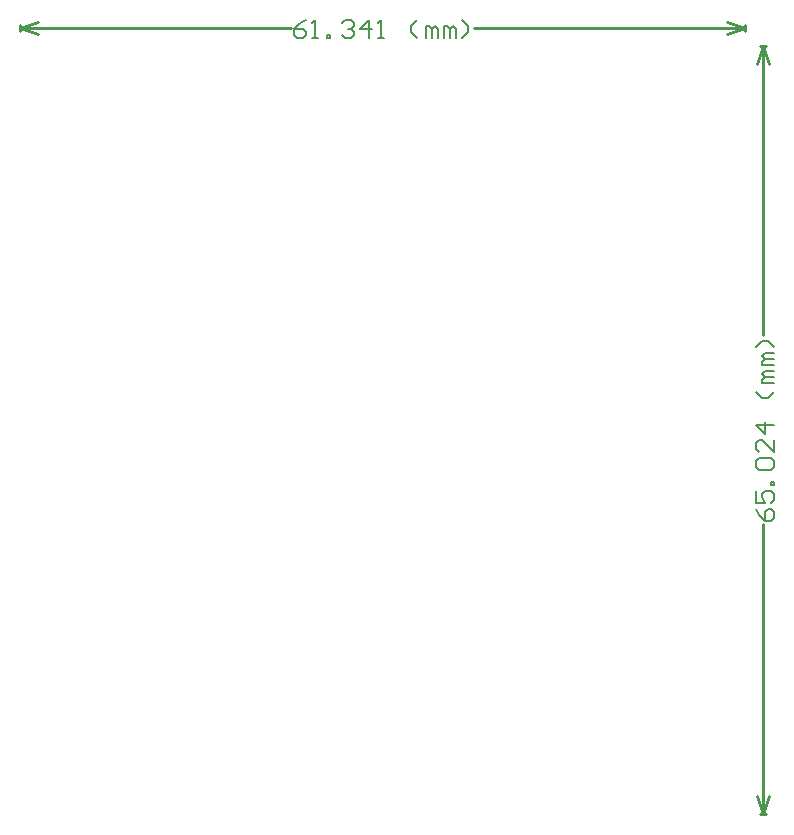
<source format=gbp>
G04 Layer_Color=128*
%FSLAX44Y44*%
%MOMM*%
G71*
G01*
G75*
%ADD12C,0.2540*%
%ADD14C,0.1524*%
D12*
X1687195Y1310005D02*
X1692275D01*
X1687195Y659765D02*
X1692275D01*
X1689735Y1310005D02*
X1694815Y1294765D01*
X1684655D02*
X1689735Y1310005D01*
Y659765D02*
X1694815Y675005D01*
X1684655D02*
X1689735Y659765D01*
Y1065124D02*
Y1310005D01*
Y659765D02*
Y904646D01*
X1674262Y1322705D02*
Y1327785D01*
X1060852Y1322705D02*
Y1327785D01*
X1659022Y1320165D02*
X1674262Y1325245D01*
X1659022Y1330325D02*
X1674262Y1325245D01*
X1060852D02*
X1076092Y1320165D01*
X1060852Y1325245D02*
X1076092Y1330325D01*
X1445258Y1325245D02*
X1674262D01*
X1060852D02*
X1289857D01*
D14*
X1683642Y917342D02*
X1686181Y912264D01*
X1691259Y907186D01*
X1696337D01*
X1698876Y909725D01*
Y914803D01*
X1696337Y917342D01*
X1693798D01*
X1691259Y914803D01*
Y907186D01*
X1683642Y932577D02*
Y922421D01*
X1691259D01*
X1688720Y927499D01*
Y930038D01*
X1691259Y932577D01*
X1696337D01*
X1698876Y930038D01*
Y924960D01*
X1696337Y922421D01*
X1698876Y937656D02*
X1696337D01*
Y940195D01*
X1698876D01*
Y937656D01*
X1686181Y950352D02*
X1683642Y952891D01*
Y957969D01*
X1686181Y960508D01*
X1696337D01*
X1698876Y957969D01*
Y952891D01*
X1696337Y950352D01*
X1686181D01*
X1698876Y975743D02*
Y965587D01*
X1688720Y975743D01*
X1686181D01*
X1683642Y973204D01*
Y968126D01*
X1686181Y965587D01*
X1698876Y988439D02*
X1683642D01*
X1691259Y980822D01*
Y990978D01*
X1698876Y1016370D02*
X1693798Y1011292D01*
X1688720D01*
X1683642Y1016370D01*
X1698876Y1023988D02*
X1688720D01*
Y1026527D01*
X1691259Y1029066D01*
X1698876D01*
X1691259D01*
X1688720Y1031605D01*
X1691259Y1034145D01*
X1698876D01*
Y1039223D02*
X1688720D01*
Y1041762D01*
X1691259Y1044301D01*
X1698876D01*
X1691259D01*
X1688720Y1046841D01*
X1691259Y1049380D01*
X1698876D01*
Y1054458D02*
X1693798Y1059536D01*
X1688720D01*
X1683642Y1054458D01*
X1302554Y1331339D02*
X1297475Y1328799D01*
X1292397Y1323721D01*
Y1318643D01*
X1294936Y1316104D01*
X1300015D01*
X1302554Y1318643D01*
Y1321182D01*
X1300015Y1323721D01*
X1292397D01*
X1307632Y1316104D02*
X1312711D01*
X1310171D01*
Y1331339D01*
X1307632Y1328799D01*
X1320328Y1316104D02*
Y1318643D01*
X1322867D01*
Y1316104D01*
X1320328D01*
X1333024Y1328799D02*
X1335563Y1331339D01*
X1340642D01*
X1343181Y1328799D01*
Y1326260D01*
X1340642Y1323721D01*
X1338102D01*
X1340642D01*
X1343181Y1321182D01*
Y1318643D01*
X1340642Y1316104D01*
X1335563D01*
X1333024Y1318643D01*
X1355877Y1316104D02*
Y1331339D01*
X1348259Y1323721D01*
X1358416D01*
X1363494Y1316104D02*
X1368573D01*
X1366033D01*
Y1331339D01*
X1363494Y1328799D01*
X1396503Y1316104D02*
X1391425Y1321182D01*
Y1326260D01*
X1396503Y1331339D01*
X1404121Y1316104D02*
Y1326260D01*
X1406660D01*
X1409199Y1323721D01*
Y1316104D01*
Y1323721D01*
X1411739Y1326260D01*
X1414278Y1323721D01*
Y1316104D01*
X1419356D02*
Y1326260D01*
X1421895D01*
X1424434Y1323721D01*
Y1316104D01*
Y1323721D01*
X1426974Y1326260D01*
X1429513Y1323721D01*
Y1316104D01*
X1434591D02*
X1439669Y1321182D01*
Y1326260D01*
X1434591Y1331339D01*
M02*

</source>
